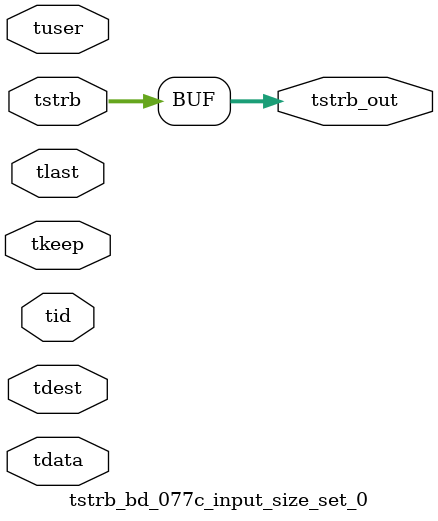
<source format=v>


`timescale 1ps/1ps

module tstrb_bd_077c_input_size_set_0 #
(
parameter C_S_AXIS_TDATA_WIDTH = 32,
parameter C_S_AXIS_TUSER_WIDTH = 0,
parameter C_S_AXIS_TID_WIDTH   = 0,
parameter C_S_AXIS_TDEST_WIDTH = 0,
parameter C_M_AXIS_TDATA_WIDTH = 32
)
(
input  [(C_S_AXIS_TDATA_WIDTH == 0 ? 1 : C_S_AXIS_TDATA_WIDTH)-1:0     ] tdata,
input  [(C_S_AXIS_TUSER_WIDTH == 0 ? 1 : C_S_AXIS_TUSER_WIDTH)-1:0     ] tuser,
input  [(C_S_AXIS_TID_WIDTH   == 0 ? 1 : C_S_AXIS_TID_WIDTH)-1:0       ] tid,
input  [(C_S_AXIS_TDEST_WIDTH == 0 ? 1 : C_S_AXIS_TDEST_WIDTH)-1:0     ] tdest,
input  [(C_S_AXIS_TDATA_WIDTH/8)-1:0 ] tkeep,
input  [(C_S_AXIS_TDATA_WIDTH/8)-1:0 ] tstrb,
input                                                                    tlast,
output [(C_M_AXIS_TDATA_WIDTH/8)-1:0 ] tstrb_out
);

assign tstrb_out = {tstrb[5:0]};

endmodule


</source>
